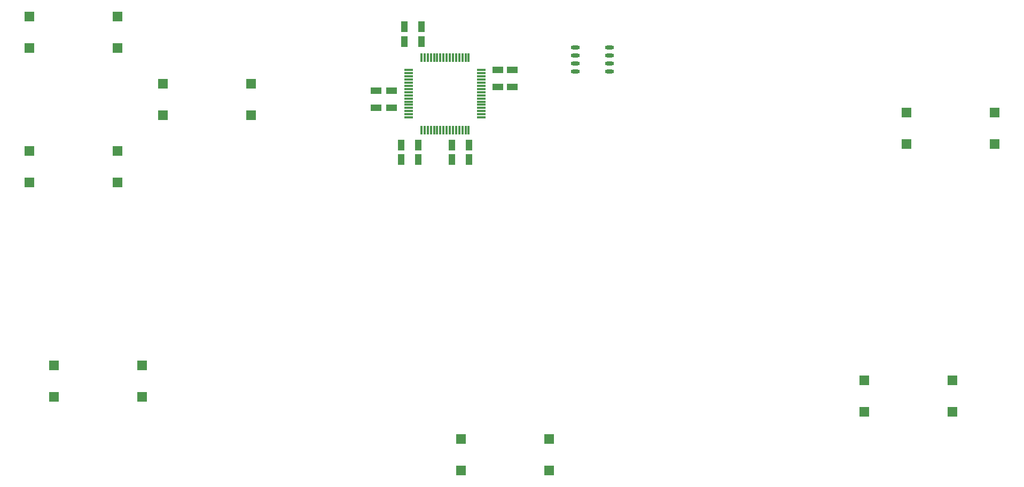
<source format=gtp>
G04*
G04 #@! TF.GenerationSoftware,Altium Limited,Altium Designer,20.0.9 (164)*
G04*
G04 Layer_Color=8421504*
%FSLAX25Y25*%
%MOIN*%
G70*
G01*
G75*
%ADD21R,0.04331X0.06693*%
%ADD22R,0.06102X0.06299*%
%ADD23R,0.06693X0.04331*%
%ADD24R,0.01181X0.05709*%
%ADD25R,0.05709X0.01181*%
%ADD26O,0.05709X0.02362*%
D21*
X209815Y358000D02*
D03*
X199185D02*
D03*
X197185Y284500D02*
D03*
X207815D02*
D03*
X197185Y293500D02*
D03*
X207815D02*
D03*
X239315Y284500D02*
D03*
X228685D02*
D03*
X239315Y293500D02*
D03*
X228685D02*
D03*
X199185Y367500D02*
D03*
X209815D02*
D03*
D22*
X234539Y109843D02*
D03*
X289461D02*
D03*
X234539Y90157D02*
D03*
X289461D02*
D03*
X48539Y331843D02*
D03*
X103461D02*
D03*
X48539Y312157D02*
D03*
X103461D02*
D03*
X35461Y136157D02*
D03*
X-19461D02*
D03*
X35461Y155843D02*
D03*
X-19461D02*
D03*
X567461Y294157D02*
D03*
X512539D02*
D03*
X567461Y313843D02*
D03*
X512539D02*
D03*
X540961Y126657D02*
D03*
X486039D02*
D03*
X540961Y146343D02*
D03*
X486039D02*
D03*
X-34961Y289843D02*
D03*
X19961D02*
D03*
X-34961Y270157D02*
D03*
X19961D02*
D03*
X-34961Y373843D02*
D03*
X19961D02*
D03*
X-34961Y354157D02*
D03*
X19961D02*
D03*
D23*
X191000Y327315D02*
D03*
Y316685D02*
D03*
X181500Y327315D02*
D03*
Y316685D02*
D03*
X266500Y340500D02*
D03*
Y329870D02*
D03*
X257500Y340315D02*
D03*
Y329685D02*
D03*
D24*
X209736Y348138D02*
D03*
X211705D02*
D03*
X213673D02*
D03*
X215642D02*
D03*
X217610D02*
D03*
X219579D02*
D03*
X221547D02*
D03*
X223516D02*
D03*
X225484D02*
D03*
X227453D02*
D03*
X229421D02*
D03*
X231390D02*
D03*
X233358D02*
D03*
X235327D02*
D03*
X237295D02*
D03*
X239264D02*
D03*
Y302862D02*
D03*
X237295D02*
D03*
X235327D02*
D03*
X233358D02*
D03*
X231390D02*
D03*
X229421D02*
D03*
X227453D02*
D03*
X225484D02*
D03*
X223516D02*
D03*
X221547D02*
D03*
X219579D02*
D03*
X217610D02*
D03*
X215642D02*
D03*
X213673D02*
D03*
X211705D02*
D03*
X209736D02*
D03*
D25*
X247138Y340264D02*
D03*
Y338295D02*
D03*
Y336327D02*
D03*
Y334358D02*
D03*
Y332390D02*
D03*
Y330421D02*
D03*
Y328453D02*
D03*
Y326484D02*
D03*
Y324516D02*
D03*
Y322547D02*
D03*
Y320579D02*
D03*
Y318610D02*
D03*
Y316642D02*
D03*
Y314673D02*
D03*
Y312705D02*
D03*
Y310736D02*
D03*
X201862D02*
D03*
Y312705D02*
D03*
Y314673D02*
D03*
Y316642D02*
D03*
Y318610D02*
D03*
Y320579D02*
D03*
Y322547D02*
D03*
Y324516D02*
D03*
Y326484D02*
D03*
Y328453D02*
D03*
Y330421D02*
D03*
Y332390D02*
D03*
Y334358D02*
D03*
Y336327D02*
D03*
Y338295D02*
D03*
Y340264D02*
D03*
D26*
X327228Y339500D02*
D03*
Y344500D02*
D03*
Y349500D02*
D03*
Y354500D02*
D03*
X305772Y339500D02*
D03*
Y344500D02*
D03*
Y349500D02*
D03*
Y354500D02*
D03*
M02*

</source>
